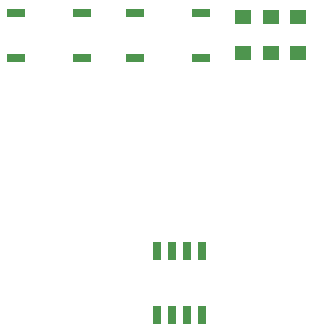
<source format=gbr>
G04 EAGLE Gerber RS-274X export*
G75*
%MOMM*%
%FSLAX34Y34*%
%LPD*%
%INSolderpaste Bottom*%
%IPPOS*%
%AMOC8*
5,1,8,0,0,1.08239X$1,22.5*%
G01*
%ADD10R,0.650000X1.500000*%
%ADD11R,1.524000X0.762000*%
%ADD12R,1.400000X1.200000*%


D10*
X268922Y222872D03*
X256222Y222872D03*
X243522Y222872D03*
X230822Y222872D03*
X230822Y276872D03*
X243522Y276872D03*
X256222Y276872D03*
X268922Y276872D03*
D11*
X112060Y440950D03*
X167940Y440950D03*
X112060Y479050D03*
X167940Y479050D03*
X212060Y440950D03*
X267940Y440950D03*
X212060Y479050D03*
X267940Y479050D03*
D12*
X303904Y445000D03*
X303904Y475000D03*
X327808Y445000D03*
X327808Y475000D03*
X350520Y445248D03*
X350520Y475248D03*
M02*

</source>
